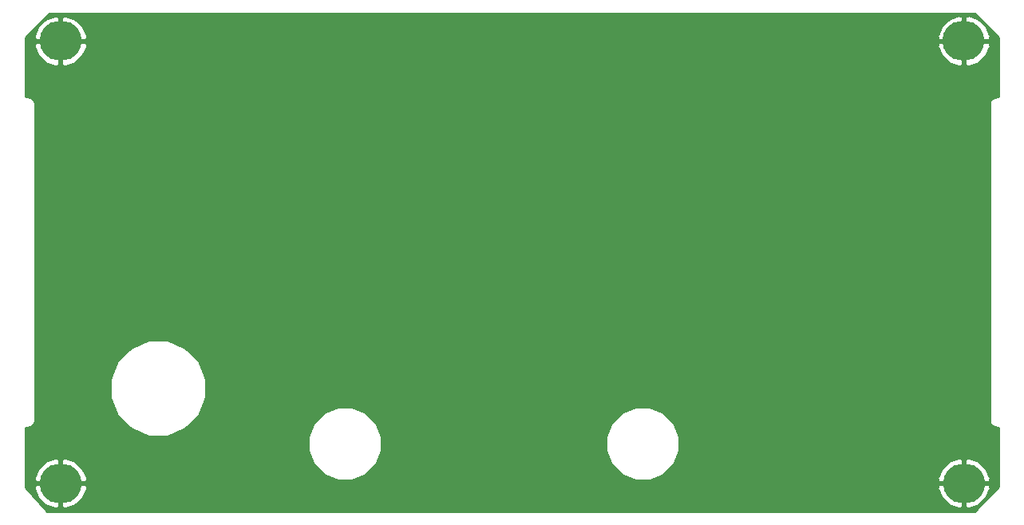
<source format=gbr>
G04 #@! TF.GenerationSoftware,KiCad,Pcbnew,5.0.2+dfsg1-1*
G04 #@! TF.CreationDate,2019-07-23T09:37:02-06:00*
G04 #@! TF.ProjectId,hl2-back-horiz,686c322d-6261-4636-9b2d-686f72697a2e,rev?*
G04 #@! TF.SameCoordinates,Original*
G04 #@! TF.FileFunction,Copper,L2,Bot*
G04 #@! TF.FilePolarity,Positive*
%FSLAX46Y46*%
G04 Gerber Fmt 4.6, Leading zero omitted, Abs format (unit mm)*
G04 Created by KiCad (PCBNEW 5.0.2+dfsg1-1) date Tue 23 Jul 2019 09:37:02 AM MDT*
%MOMM*%
%LPD*%
G01*
G04 APERTURE LIST*
G04 #@! TA.AperFunction,ComponentPad*
%ADD10O,4.450000X4.200000*%
G04 #@! TD*
G04 #@! TA.AperFunction,Conductor*
%ADD11C,0.254000*%
G04 #@! TD*
G04 APERTURE END LIST*
D10*
G04 #@! TO.P,H1,1*
G04 #@! TO.N,GND*
X64837664Y-144461404D03*
G04 #@! TD*
G04 #@! TO.P,H4,1*
G04 #@! TO.N,GND*
X64835847Y-191382711D03*
G04 #@! TD*
G04 #@! TO.P,H3,1*
G04 #@! TO.N,GND*
X160655625Y-191376298D03*
G04 #@! TD*
G04 #@! TO.P,H2,1*
G04 #@! TO.N,GND*
X160649213Y-144459694D03*
G04 #@! TD*
D11*
G04 #@! TO.N,GND*
G36*
X164365001Y-144104448D02*
X164365000Y-150394941D01*
X164184642Y-150394927D01*
X164112220Y-150380521D01*
X163960774Y-150410646D01*
X163825494Y-150437543D01*
X163825469Y-150437560D01*
X163825438Y-150437566D01*
X163701861Y-150520137D01*
X163582358Y-150599973D01*
X163582341Y-150599998D01*
X163582316Y-150600015D01*
X163502504Y-150719463D01*
X163419890Y-150843081D01*
X163419884Y-150843112D01*
X163419867Y-150843137D01*
X163391528Y-150985607D01*
X163362822Y-151129860D01*
X163377221Y-151202279D01*
X163377220Y-184642027D01*
X163362822Y-184714443D01*
X163389690Y-184849457D01*
X163419866Y-185001162D01*
X163419885Y-185001190D01*
X163419891Y-185001221D01*
X163497086Y-185116730D01*
X163582315Y-185244285D01*
X163582344Y-185244304D01*
X163582361Y-185244330D01*
X163699183Y-185322374D01*
X163825437Y-185406734D01*
X163825470Y-185406741D01*
X163825496Y-185406758D01*
X163965004Y-185434496D01*
X164112220Y-185463779D01*
X164184640Y-185449374D01*
X164365001Y-185449358D01*
X164365000Y-191795553D01*
X161795554Y-194365000D01*
X63427342Y-194365000D01*
X61240822Y-191935534D01*
X62032300Y-191935534D01*
X62050994Y-192019229D01*
X62497048Y-192988659D01*
X63280133Y-193713598D01*
X64281031Y-194083680D01*
X64708847Y-193958915D01*
X64708847Y-191509711D01*
X64962847Y-191509711D01*
X64962847Y-193958915D01*
X65390663Y-194083680D01*
X66391561Y-193713598D01*
X67174646Y-192988659D01*
X67620700Y-192019229D01*
X67639394Y-191935534D01*
X67637807Y-191929121D01*
X157852078Y-191929121D01*
X157870772Y-192012816D01*
X158316826Y-192982246D01*
X159099911Y-193707185D01*
X160100809Y-194077267D01*
X160528625Y-193952502D01*
X160528625Y-191503298D01*
X160782625Y-191503298D01*
X160782625Y-193952502D01*
X161210441Y-194077267D01*
X162211339Y-193707185D01*
X162994424Y-192982246D01*
X163440478Y-192012816D01*
X163459172Y-191929121D01*
X163353743Y-191503298D01*
X160782625Y-191503298D01*
X160528625Y-191503298D01*
X157957507Y-191503298D01*
X157852078Y-191929121D01*
X67637807Y-191929121D01*
X67533965Y-191509711D01*
X64962847Y-191509711D01*
X64708847Y-191509711D01*
X62137729Y-191509711D01*
X62032300Y-191935534D01*
X61240822Y-191935534D01*
X61130554Y-191813015D01*
X61130554Y-190829888D01*
X62032300Y-190829888D01*
X62137729Y-191255711D01*
X64708847Y-191255711D01*
X64708847Y-188806507D01*
X64962847Y-188806507D01*
X64962847Y-191255711D01*
X67533965Y-191255711D01*
X67639394Y-190829888D01*
X67620700Y-190746193D01*
X67174646Y-189776763D01*
X66391561Y-189051824D01*
X65390663Y-188681742D01*
X64962847Y-188806507D01*
X64708847Y-188806507D01*
X64281031Y-188681742D01*
X63280133Y-189051824D01*
X62497048Y-189776763D01*
X62050994Y-190746193D01*
X62032300Y-190829888D01*
X61130554Y-190829888D01*
X61130554Y-186427225D01*
X91115000Y-186427225D01*
X91115000Y-187972775D01*
X91706456Y-189400676D01*
X92799324Y-190493544D01*
X94227225Y-191085000D01*
X95772775Y-191085000D01*
X97200676Y-190493544D01*
X98293544Y-189400676D01*
X98885000Y-187972775D01*
X98885000Y-186427225D01*
X122715000Y-186427225D01*
X122715000Y-187972775D01*
X123306456Y-189400676D01*
X124399324Y-190493544D01*
X125827225Y-191085000D01*
X127372775Y-191085000D01*
X128004152Y-190823475D01*
X157852078Y-190823475D01*
X157957507Y-191249298D01*
X160528625Y-191249298D01*
X160528625Y-188800094D01*
X160782625Y-188800094D01*
X160782625Y-191249298D01*
X163353743Y-191249298D01*
X163459172Y-190823475D01*
X163440478Y-190739780D01*
X162994424Y-189770350D01*
X162211339Y-189045411D01*
X161210441Y-188675329D01*
X160782625Y-188800094D01*
X160528625Y-188800094D01*
X160100809Y-188675329D01*
X159099911Y-189045411D01*
X158316826Y-189770350D01*
X157870772Y-190739780D01*
X157852078Y-190823475D01*
X128004152Y-190823475D01*
X128800676Y-190493544D01*
X129893544Y-189400676D01*
X130485000Y-187972775D01*
X130485000Y-186427225D01*
X129893544Y-184999324D01*
X128800676Y-183906456D01*
X127372775Y-183315000D01*
X125827225Y-183315000D01*
X124399324Y-183906456D01*
X123306456Y-184999324D01*
X122715000Y-186427225D01*
X98885000Y-186427225D01*
X98293544Y-184999324D01*
X97200676Y-183906456D01*
X95772775Y-183315000D01*
X94227225Y-183315000D01*
X92799324Y-183906456D01*
X91706456Y-184999324D01*
X91115000Y-186427225D01*
X61130554Y-186427225D01*
X61130554Y-185449358D01*
X61310914Y-185449374D01*
X61383334Y-185463779D01*
X61530550Y-185434496D01*
X61670058Y-185406758D01*
X61670084Y-185406741D01*
X61670117Y-185406734D01*
X61796371Y-185322374D01*
X61913193Y-185244330D01*
X61913210Y-185244304D01*
X61913239Y-185244285D01*
X62000387Y-185113859D01*
X62075663Y-185001221D01*
X62075669Y-185001192D01*
X62075688Y-185001163D01*
X62106317Y-184847181D01*
X62132732Y-184714443D01*
X62118334Y-184642027D01*
X62118334Y-180288531D01*
X70115000Y-180288531D01*
X70115000Y-182311469D01*
X70889145Y-184180421D01*
X72319579Y-185610855D01*
X74188531Y-186385000D01*
X76211469Y-186385000D01*
X78080421Y-185610855D01*
X79510855Y-184180421D01*
X80285000Y-182311469D01*
X80285000Y-180288531D01*
X79510855Y-178419579D01*
X78080421Y-176989145D01*
X76211469Y-176215000D01*
X74188531Y-176215000D01*
X72319579Y-176989145D01*
X70889145Y-178419579D01*
X70115000Y-180288531D01*
X62118334Y-180288531D01*
X62118334Y-151202274D01*
X62132732Y-151129860D01*
X62106417Y-150997624D01*
X62075688Y-150843137D01*
X62075670Y-150843110D01*
X62075664Y-150843081D01*
X61998780Y-150728037D01*
X61913239Y-150600015D01*
X61913212Y-150599997D01*
X61913196Y-150599973D01*
X61796675Y-150522130D01*
X61670116Y-150437566D01*
X61670085Y-150437560D01*
X61670060Y-150437543D01*
X61534780Y-150410646D01*
X61383334Y-150380521D01*
X61310912Y-150394927D01*
X61130554Y-150394941D01*
X61130554Y-145014227D01*
X62034117Y-145014227D01*
X62052811Y-145097922D01*
X62498865Y-146067352D01*
X63281950Y-146792291D01*
X64282848Y-147162373D01*
X64710664Y-147037608D01*
X64710664Y-144588404D01*
X64964664Y-144588404D01*
X64964664Y-147037608D01*
X65392480Y-147162373D01*
X66393378Y-146792291D01*
X67176463Y-146067352D01*
X67622517Y-145097922D01*
X67641211Y-145014227D01*
X67640788Y-145012517D01*
X157845666Y-145012517D01*
X157864360Y-145096212D01*
X158310414Y-146065642D01*
X159093499Y-146790581D01*
X160094397Y-147160663D01*
X160522213Y-147035898D01*
X160522213Y-144586694D01*
X160776213Y-144586694D01*
X160776213Y-147035898D01*
X161204029Y-147160663D01*
X162204927Y-146790581D01*
X162988012Y-146065642D01*
X163434066Y-145096212D01*
X163452760Y-145012517D01*
X163347331Y-144586694D01*
X160776213Y-144586694D01*
X160522213Y-144586694D01*
X157951095Y-144586694D01*
X157845666Y-145012517D01*
X67640788Y-145012517D01*
X67535782Y-144588404D01*
X64964664Y-144588404D01*
X64710664Y-144588404D01*
X62139546Y-144588404D01*
X62034117Y-145014227D01*
X61130554Y-145014227D01*
X61130554Y-144108892D01*
X61330865Y-143908581D01*
X62034117Y-143908581D01*
X62139546Y-144334404D01*
X64710664Y-144334404D01*
X64710664Y-141885200D01*
X64964664Y-141885200D01*
X64964664Y-144334404D01*
X67535782Y-144334404D01*
X67641211Y-143908581D01*
X67640830Y-143906871D01*
X157845666Y-143906871D01*
X157951095Y-144332694D01*
X160522213Y-144332694D01*
X160522213Y-141883490D01*
X160776213Y-141883490D01*
X160776213Y-144332694D01*
X163347331Y-144332694D01*
X163452760Y-143906871D01*
X163434066Y-143823176D01*
X162988012Y-142853746D01*
X162204927Y-142128807D01*
X161204029Y-141758725D01*
X160776213Y-141883490D01*
X160522213Y-141883490D01*
X160094397Y-141758725D01*
X159093499Y-142128807D01*
X158310414Y-142853746D01*
X157864360Y-143823176D01*
X157845666Y-143906871D01*
X67640830Y-143906871D01*
X67622517Y-143824886D01*
X67176463Y-142855456D01*
X66393378Y-142130517D01*
X65392480Y-141760435D01*
X64964664Y-141885200D01*
X64710664Y-141885200D01*
X64282848Y-141760435D01*
X63281950Y-142130517D01*
X62498865Y-142855456D01*
X62052811Y-143824886D01*
X62034117Y-143908581D01*
X61330865Y-143908581D01*
X63704447Y-141535000D01*
X161795554Y-141535000D01*
X164365001Y-144104448D01*
X164365001Y-144104448D01*
G37*
X164365001Y-144104448D02*
X164365000Y-150394941D01*
X164184642Y-150394927D01*
X164112220Y-150380521D01*
X163960774Y-150410646D01*
X163825494Y-150437543D01*
X163825469Y-150437560D01*
X163825438Y-150437566D01*
X163701861Y-150520137D01*
X163582358Y-150599973D01*
X163582341Y-150599998D01*
X163582316Y-150600015D01*
X163502504Y-150719463D01*
X163419890Y-150843081D01*
X163419884Y-150843112D01*
X163419867Y-150843137D01*
X163391528Y-150985607D01*
X163362822Y-151129860D01*
X163377221Y-151202279D01*
X163377220Y-184642027D01*
X163362822Y-184714443D01*
X163389690Y-184849457D01*
X163419866Y-185001162D01*
X163419885Y-185001190D01*
X163419891Y-185001221D01*
X163497086Y-185116730D01*
X163582315Y-185244285D01*
X163582344Y-185244304D01*
X163582361Y-185244330D01*
X163699183Y-185322374D01*
X163825437Y-185406734D01*
X163825470Y-185406741D01*
X163825496Y-185406758D01*
X163965004Y-185434496D01*
X164112220Y-185463779D01*
X164184640Y-185449374D01*
X164365001Y-185449358D01*
X164365000Y-191795553D01*
X161795554Y-194365000D01*
X63427342Y-194365000D01*
X61240822Y-191935534D01*
X62032300Y-191935534D01*
X62050994Y-192019229D01*
X62497048Y-192988659D01*
X63280133Y-193713598D01*
X64281031Y-194083680D01*
X64708847Y-193958915D01*
X64708847Y-191509711D01*
X64962847Y-191509711D01*
X64962847Y-193958915D01*
X65390663Y-194083680D01*
X66391561Y-193713598D01*
X67174646Y-192988659D01*
X67620700Y-192019229D01*
X67639394Y-191935534D01*
X67637807Y-191929121D01*
X157852078Y-191929121D01*
X157870772Y-192012816D01*
X158316826Y-192982246D01*
X159099911Y-193707185D01*
X160100809Y-194077267D01*
X160528625Y-193952502D01*
X160528625Y-191503298D01*
X160782625Y-191503298D01*
X160782625Y-193952502D01*
X161210441Y-194077267D01*
X162211339Y-193707185D01*
X162994424Y-192982246D01*
X163440478Y-192012816D01*
X163459172Y-191929121D01*
X163353743Y-191503298D01*
X160782625Y-191503298D01*
X160528625Y-191503298D01*
X157957507Y-191503298D01*
X157852078Y-191929121D01*
X67637807Y-191929121D01*
X67533965Y-191509711D01*
X64962847Y-191509711D01*
X64708847Y-191509711D01*
X62137729Y-191509711D01*
X62032300Y-191935534D01*
X61240822Y-191935534D01*
X61130554Y-191813015D01*
X61130554Y-190829888D01*
X62032300Y-190829888D01*
X62137729Y-191255711D01*
X64708847Y-191255711D01*
X64708847Y-188806507D01*
X64962847Y-188806507D01*
X64962847Y-191255711D01*
X67533965Y-191255711D01*
X67639394Y-190829888D01*
X67620700Y-190746193D01*
X67174646Y-189776763D01*
X66391561Y-189051824D01*
X65390663Y-188681742D01*
X64962847Y-188806507D01*
X64708847Y-188806507D01*
X64281031Y-188681742D01*
X63280133Y-189051824D01*
X62497048Y-189776763D01*
X62050994Y-190746193D01*
X62032300Y-190829888D01*
X61130554Y-190829888D01*
X61130554Y-186427225D01*
X91115000Y-186427225D01*
X91115000Y-187972775D01*
X91706456Y-189400676D01*
X92799324Y-190493544D01*
X94227225Y-191085000D01*
X95772775Y-191085000D01*
X97200676Y-190493544D01*
X98293544Y-189400676D01*
X98885000Y-187972775D01*
X98885000Y-186427225D01*
X122715000Y-186427225D01*
X122715000Y-187972775D01*
X123306456Y-189400676D01*
X124399324Y-190493544D01*
X125827225Y-191085000D01*
X127372775Y-191085000D01*
X128004152Y-190823475D01*
X157852078Y-190823475D01*
X157957507Y-191249298D01*
X160528625Y-191249298D01*
X160528625Y-188800094D01*
X160782625Y-188800094D01*
X160782625Y-191249298D01*
X163353743Y-191249298D01*
X163459172Y-190823475D01*
X163440478Y-190739780D01*
X162994424Y-189770350D01*
X162211339Y-189045411D01*
X161210441Y-188675329D01*
X160782625Y-188800094D01*
X160528625Y-188800094D01*
X160100809Y-188675329D01*
X159099911Y-189045411D01*
X158316826Y-189770350D01*
X157870772Y-190739780D01*
X157852078Y-190823475D01*
X128004152Y-190823475D01*
X128800676Y-190493544D01*
X129893544Y-189400676D01*
X130485000Y-187972775D01*
X130485000Y-186427225D01*
X129893544Y-184999324D01*
X128800676Y-183906456D01*
X127372775Y-183315000D01*
X125827225Y-183315000D01*
X124399324Y-183906456D01*
X123306456Y-184999324D01*
X122715000Y-186427225D01*
X98885000Y-186427225D01*
X98293544Y-184999324D01*
X97200676Y-183906456D01*
X95772775Y-183315000D01*
X94227225Y-183315000D01*
X92799324Y-183906456D01*
X91706456Y-184999324D01*
X91115000Y-186427225D01*
X61130554Y-186427225D01*
X61130554Y-185449358D01*
X61310914Y-185449374D01*
X61383334Y-185463779D01*
X61530550Y-185434496D01*
X61670058Y-185406758D01*
X61670084Y-185406741D01*
X61670117Y-185406734D01*
X61796371Y-185322374D01*
X61913193Y-185244330D01*
X61913210Y-185244304D01*
X61913239Y-185244285D01*
X62000387Y-185113859D01*
X62075663Y-185001221D01*
X62075669Y-185001192D01*
X62075688Y-185001163D01*
X62106317Y-184847181D01*
X62132732Y-184714443D01*
X62118334Y-184642027D01*
X62118334Y-180288531D01*
X70115000Y-180288531D01*
X70115000Y-182311469D01*
X70889145Y-184180421D01*
X72319579Y-185610855D01*
X74188531Y-186385000D01*
X76211469Y-186385000D01*
X78080421Y-185610855D01*
X79510855Y-184180421D01*
X80285000Y-182311469D01*
X80285000Y-180288531D01*
X79510855Y-178419579D01*
X78080421Y-176989145D01*
X76211469Y-176215000D01*
X74188531Y-176215000D01*
X72319579Y-176989145D01*
X70889145Y-178419579D01*
X70115000Y-180288531D01*
X62118334Y-180288531D01*
X62118334Y-151202274D01*
X62132732Y-151129860D01*
X62106417Y-150997624D01*
X62075688Y-150843137D01*
X62075670Y-150843110D01*
X62075664Y-150843081D01*
X61998780Y-150728037D01*
X61913239Y-150600015D01*
X61913212Y-150599997D01*
X61913196Y-150599973D01*
X61796675Y-150522130D01*
X61670116Y-150437566D01*
X61670085Y-150437560D01*
X61670060Y-150437543D01*
X61534780Y-150410646D01*
X61383334Y-150380521D01*
X61310912Y-150394927D01*
X61130554Y-150394941D01*
X61130554Y-145014227D01*
X62034117Y-145014227D01*
X62052811Y-145097922D01*
X62498865Y-146067352D01*
X63281950Y-146792291D01*
X64282848Y-147162373D01*
X64710664Y-147037608D01*
X64710664Y-144588404D01*
X64964664Y-144588404D01*
X64964664Y-147037608D01*
X65392480Y-147162373D01*
X66393378Y-146792291D01*
X67176463Y-146067352D01*
X67622517Y-145097922D01*
X67641211Y-145014227D01*
X67640788Y-145012517D01*
X157845666Y-145012517D01*
X157864360Y-145096212D01*
X158310414Y-146065642D01*
X159093499Y-146790581D01*
X160094397Y-147160663D01*
X160522213Y-147035898D01*
X160522213Y-144586694D01*
X160776213Y-144586694D01*
X160776213Y-147035898D01*
X161204029Y-147160663D01*
X162204927Y-146790581D01*
X162988012Y-146065642D01*
X163434066Y-145096212D01*
X163452760Y-145012517D01*
X163347331Y-144586694D01*
X160776213Y-144586694D01*
X160522213Y-144586694D01*
X157951095Y-144586694D01*
X157845666Y-145012517D01*
X67640788Y-145012517D01*
X67535782Y-144588404D01*
X64964664Y-144588404D01*
X64710664Y-144588404D01*
X62139546Y-144588404D01*
X62034117Y-145014227D01*
X61130554Y-145014227D01*
X61130554Y-144108892D01*
X61330865Y-143908581D01*
X62034117Y-143908581D01*
X62139546Y-144334404D01*
X64710664Y-144334404D01*
X64710664Y-141885200D01*
X64964664Y-141885200D01*
X64964664Y-144334404D01*
X67535782Y-144334404D01*
X67641211Y-143908581D01*
X67640830Y-143906871D01*
X157845666Y-143906871D01*
X157951095Y-144332694D01*
X160522213Y-144332694D01*
X160522213Y-141883490D01*
X160776213Y-141883490D01*
X160776213Y-144332694D01*
X163347331Y-144332694D01*
X163452760Y-143906871D01*
X163434066Y-143823176D01*
X162988012Y-142853746D01*
X162204927Y-142128807D01*
X161204029Y-141758725D01*
X160776213Y-141883490D01*
X160522213Y-141883490D01*
X160094397Y-141758725D01*
X159093499Y-142128807D01*
X158310414Y-142853746D01*
X157864360Y-143823176D01*
X157845666Y-143906871D01*
X67640830Y-143906871D01*
X67622517Y-143824886D01*
X67176463Y-142855456D01*
X66393378Y-142130517D01*
X65392480Y-141760435D01*
X64964664Y-141885200D01*
X64710664Y-141885200D01*
X64282848Y-141760435D01*
X63281950Y-142130517D01*
X62498865Y-142855456D01*
X62052811Y-143824886D01*
X62034117Y-143908581D01*
X61330865Y-143908581D01*
X63704447Y-141535000D01*
X161795554Y-141535000D01*
X164365001Y-144104448D01*
G04 #@! TD*
M02*

</source>
